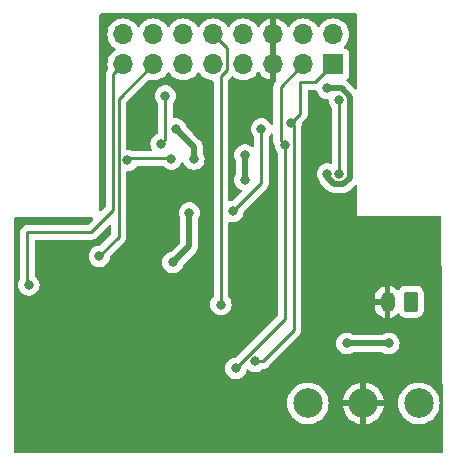
<source format=gbr>
%TF.GenerationSoftware,KiCad,Pcbnew,8.0.0*%
%TF.CreationDate,2024-03-24T20:02:06+02:00*%
%TF.ProjectId,Power Subsystem,506f7765-7220-4537-9562-73797374656d,rev?*%
%TF.SameCoordinates,Original*%
%TF.FileFunction,Copper,L2,Bot*%
%TF.FilePolarity,Positive*%
%FSLAX46Y46*%
G04 Gerber Fmt 4.6, Leading zero omitted, Abs format (unit mm)*
G04 Created by KiCad (PCBNEW 8.0.0) date 2024-03-24 20:02:06*
%MOMM*%
%LPD*%
G01*
G04 APERTURE LIST*
G04 Aperture macros list*
%AMRoundRect*
0 Rectangle with rounded corners*
0 $1 Rounding radius*
0 $2 $3 $4 $5 $6 $7 $8 $9 X,Y pos of 4 corners*
0 Add a 4 corners polygon primitive as box body*
4,1,4,$2,$3,$4,$5,$6,$7,$8,$9,$2,$3,0*
0 Add four circle primitives for the rounded corners*
1,1,$1+$1,$2,$3*
1,1,$1+$1,$4,$5*
1,1,$1+$1,$6,$7*
1,1,$1+$1,$8,$9*
0 Add four rect primitives between the rounded corners*
20,1,$1+$1,$2,$3,$4,$5,0*
20,1,$1+$1,$4,$5,$6,$7,0*
20,1,$1+$1,$6,$7,$8,$9,0*
20,1,$1+$1,$8,$9,$2,$3,0*%
G04 Aperture macros list end*
%TA.AperFunction,ComponentPad*%
%ADD10C,2.500000*%
%TD*%
%TA.AperFunction,ComponentPad*%
%ADD11RoundRect,0.250000X0.350000X0.625000X-0.350000X0.625000X-0.350000X-0.625000X0.350000X-0.625000X0*%
%TD*%
%TA.AperFunction,ComponentPad*%
%ADD12O,1.200000X1.750000*%
%TD*%
%TA.AperFunction,ComponentPad*%
%ADD13R,1.700000X1.700000*%
%TD*%
%TA.AperFunction,ComponentPad*%
%ADD14O,1.700000X1.700000*%
%TD*%
%TA.AperFunction,ViaPad*%
%ADD15C,0.800000*%
%TD*%
%TA.AperFunction,Conductor*%
%ADD16C,0.250000*%
%TD*%
%TA.AperFunction,Conductor*%
%ADD17C,0.500000*%
%TD*%
G04 APERTURE END LIST*
D10*
%TO.P,SW1,1,B*%
%TO.N,Net-(J2-Pin_1)*%
X156337000Y-73914000D03*
%TO.P,SW1,2,C*%
%TO.N,GND*%
X161037000Y-73914000D03*
%TO.P,SW1,3,A*%
%TO.N,+BATT*%
X165737000Y-73914000D03*
%TD*%
D11*
%TO.P,J2,1,Pin_1*%
%TO.N,Net-(J2-Pin_1)*%
X165084000Y-65315000D03*
D12*
%TO.P,J2,2,Pin_2*%
%TO.N,GND*%
X163084000Y-65315000D03*
%TD*%
D13*
%TO.P,J1,1,Pin_1*%
%TO.N,Motor2_A*%
X158496000Y-45212000D03*
D14*
%TO.P,J1,2,Pin_2*%
%TO.N,PWM1*%
X158496000Y-42672000D03*
%TO.P,J1,3,Pin_3*%
%TO.N,Motor2_B*%
X155956000Y-45212000D03*
%TO.P,J1,4,Pin_4*%
%TO.N,PWM2*%
X155956000Y-42672000D03*
%TO.P,J1,5,Pin_5*%
%TO.N,GND*%
X153416000Y-45212000D03*
%TO.P,J1,6,Pin_6*%
X153416000Y-42672000D03*
%TO.P,J1,7,Pin_7*%
%TO.N,+BATT*%
X150876000Y-45212000D03*
%TO.P,J1,8,Pin_8*%
X150876000Y-42672000D03*
%TO.P,J1,9,Pin_9*%
%TO.N,RESV*%
X148336000Y-45212000D03*
%TO.P,J1,10,Pin_10*%
%TO.N,BATT_ADC*%
X148336000Y-42672000D03*
%TO.P,J1,11,Pin_11*%
%TO.N,+5V*%
X145796000Y-45212000D03*
%TO.P,J1,12,Pin_12*%
X145796000Y-42672000D03*
%TO.P,J1,13,Pin_13*%
%TO.N,Motor1_A*%
X143256000Y-45212000D03*
%TO.P,J1,14,Pin_14*%
%TO.N,PWM3*%
X143256000Y-42672000D03*
%TO.P,J1,15,Pin_15*%
%TO.N,Motor1_B*%
X140716000Y-45212000D03*
%TO.P,J1,16,Pin_16*%
%TO.N,PWM4*%
X140716000Y-42672000D03*
%TD*%
D15*
%TO.N,+5V*%
X144907000Y-61976000D03*
X146304000Y-57785000D03*
%TO.N,Net-(D1-A)*%
X145161000Y-50673000D03*
X146685000Y-53241909D03*
%TO.N,+5V*%
X151003000Y-54991000D03*
X151003000Y-52871000D03*
%TO.N,Motor1_A*%
X138684000Y-61468000D03*
%TO.N,Motor1_B*%
X132715000Y-63881000D03*
%TO.N,Motor2_B*%
X150241000Y-70956000D03*
%TO.N,Motor2_A*%
X151892000Y-70358000D03*
%TO.N,+BATT*%
X157988000Y-54483000D03*
X157988000Y-47244000D03*
%TO.N,PWM1*%
X159004000Y-54483000D03*
X159004000Y-48260000D03*
%TO.N,Motor2_A*%
X154940000Y-50165000D03*
%TO.N,Motor2_B*%
X154432000Y-52070000D03*
%TO.N,BATT_ADC*%
X148981600Y-65542600D03*
%TO.N,Net-(U1-PROG)*%
X149987000Y-57658000D03*
X152400000Y-50673000D03*
%TO.N,PWM3*%
X144272000Y-47879000D03*
X143920550Y-51913450D03*
%TO.N,+BATT*%
X144780000Y-53213000D03*
X141060000Y-53340000D03*
X159639000Y-68834000D03*
X163195000Y-68834000D03*
%TD*%
D16*
%TO.N,+BATT*%
X144739093Y-53172093D02*
X144780000Y-53213000D01*
X141060000Y-53340000D02*
X141227907Y-53172093D01*
X141227907Y-53172093D02*
X144739093Y-53172093D01*
%TO.N,Motor1_A*%
X140335000Y-59817000D02*
X138684000Y-61468000D01*
X140335000Y-48133000D02*
X140335000Y-59817000D01*
X143256000Y-45212000D02*
X140335000Y-48133000D01*
D17*
%TO.N,+5V*%
X146304000Y-60579000D02*
X144907000Y-61976000D01*
X146304000Y-57785000D02*
X146304000Y-60579000D01*
%TO.N,Net-(D1-A)*%
X146685000Y-52197000D02*
X145161000Y-50673000D01*
X146685000Y-53241909D02*
X146685000Y-52197000D01*
%TO.N,+5V*%
X151003000Y-54991000D02*
X151003000Y-52871000D01*
D16*
%TO.N,Motor1_B*%
X132588000Y-63754000D02*
X132715000Y-63881000D01*
X132588000Y-59436000D02*
X132588000Y-63754000D01*
X137971777Y-59436000D02*
X132588000Y-59436000D01*
X139866000Y-46062000D02*
X139866000Y-57541777D01*
X139866000Y-57541777D02*
X137971777Y-59436000D01*
X140716000Y-45212000D02*
X139866000Y-46062000D01*
%TO.N,Motor2_B*%
X150241000Y-70956000D02*
X154432000Y-66765000D01*
X154432000Y-66765000D02*
X154432000Y-52070000D01*
%TO.N,Motor2_A*%
X152527000Y-70358000D02*
X155157000Y-67728000D01*
X155157000Y-50382000D02*
X154940000Y-50165000D01*
X151892000Y-70358000D02*
X152527000Y-70358000D01*
X155157000Y-67728000D02*
X155157000Y-50382000D01*
D17*
%TO.N,+BATT*%
X157988000Y-54737000D02*
X157988000Y-54483000D01*
X158584000Y-55333000D02*
X157988000Y-54737000D01*
X159893000Y-54796082D02*
X159356082Y-55333000D01*
X159893000Y-52451000D02*
X159893000Y-54796082D01*
X159893000Y-47946918D02*
X159893000Y-52451000D01*
X159190082Y-47244000D02*
X159893000Y-47946918D01*
X157988000Y-47244000D02*
X159190082Y-47244000D01*
X159356082Y-55333000D02*
X158584000Y-55333000D01*
D16*
%TO.N,PWM1*%
X159004000Y-48260000D02*
X159004000Y-54483000D01*
%TO.N,Motor2_A*%
X155194000Y-49911000D02*
X154940000Y-50165000D01*
%TO.N,Motor2_B*%
X154051000Y-47117000D02*
X155956000Y-45212000D01*
X154432000Y-52070000D02*
X154051000Y-51689000D01*
X154051000Y-51689000D02*
X154051000Y-47117000D01*
%TO.N,Motor2_A*%
X155702000Y-49403000D02*
X155194000Y-49911000D01*
X155702000Y-46736000D02*
X155702000Y-49403000D01*
X156972000Y-46736000D02*
X155702000Y-46736000D01*
X158496000Y-45212000D02*
X156972000Y-46736000D01*
%TO.N,BATT_ADC*%
X149511000Y-43847000D02*
X148336000Y-42672000D01*
X148981600Y-65542600D02*
X148981600Y-46228101D01*
X148981600Y-46228101D02*
X149511000Y-45698701D01*
X149511000Y-45698701D02*
X149511000Y-43847000D01*
%TO.N,Net-(U1-PROG)*%
X152400000Y-50673000D02*
X152400000Y-55245000D01*
X152400000Y-55245000D02*
X149987000Y-57658000D01*
%TO.N,PWM3*%
X143920550Y-51913450D02*
X144272000Y-51562000D01*
X144272000Y-51562000D02*
X144272000Y-47879000D01*
D17*
%TO.N,+BATT*%
X163195000Y-68834000D02*
X159639000Y-68834000D01*
%TD*%
%TA.AperFunction,Conductor*%
%TO.N,GND*%
G36*
X147150855Y-45878546D02*
G01*
X147167575Y-45897842D01*
X147297278Y-46083078D01*
X147297505Y-46083401D01*
X147464599Y-46250495D01*
X147561384Y-46318265D01*
X147658165Y-46386032D01*
X147658167Y-46386033D01*
X147658170Y-46386035D01*
X147872337Y-46485903D01*
X148100592Y-46547063D01*
X148242907Y-46559514D01*
X148307976Y-46584966D01*
X148348955Y-46641557D01*
X148356100Y-46683042D01*
X148356100Y-64843912D01*
X148336415Y-64910951D01*
X148324250Y-64926884D01*
X148249066Y-65010384D01*
X148154421Y-65174315D01*
X148154418Y-65174322D01*
X148095927Y-65354340D01*
X148095926Y-65354344D01*
X148076140Y-65542600D01*
X148095926Y-65730856D01*
X148095927Y-65730859D01*
X148154418Y-65910877D01*
X148154421Y-65910884D01*
X148249067Y-66074816D01*
X148375729Y-66215488D01*
X148528865Y-66326748D01*
X148528870Y-66326751D01*
X148701792Y-66403742D01*
X148701797Y-66403744D01*
X148886954Y-66443100D01*
X148886955Y-66443100D01*
X149076244Y-66443100D01*
X149076246Y-66443100D01*
X149261403Y-66403744D01*
X149434330Y-66326751D01*
X149587471Y-66215488D01*
X149714133Y-66074816D01*
X149808779Y-65910884D01*
X149867274Y-65730856D01*
X149887060Y-65542600D01*
X149867274Y-65354344D01*
X149808779Y-65174316D01*
X149714133Y-65010384D01*
X149662850Y-64953428D01*
X149638950Y-64926884D01*
X149608720Y-64863892D01*
X149607100Y-64843912D01*
X149607100Y-58650994D01*
X149626785Y-58583955D01*
X149679589Y-58538200D01*
X149748747Y-58528256D01*
X149756864Y-58529701D01*
X149892354Y-58558500D01*
X149892355Y-58558500D01*
X150081644Y-58558500D01*
X150081646Y-58558500D01*
X150266803Y-58519144D01*
X150439730Y-58442151D01*
X150592871Y-58330888D01*
X150719533Y-58190216D01*
X150814179Y-58026284D01*
X150872674Y-57846256D01*
X150890321Y-57678344D01*
X150916904Y-57613734D01*
X150925951Y-57603638D01*
X152885857Y-55643734D01*
X152954311Y-55541286D01*
X152987498Y-55461166D01*
X153001463Y-55427452D01*
X153017566Y-55346495D01*
X153025500Y-55306607D01*
X153025500Y-55183394D01*
X153025500Y-51371687D01*
X153045185Y-51304648D01*
X153057350Y-51288715D01*
X153100708Y-51240561D01*
X153132533Y-51205216D01*
X153194114Y-51098553D01*
X153244679Y-51050340D01*
X153313286Y-51037116D01*
X153378151Y-51063084D01*
X153418680Y-51119998D01*
X153425500Y-51160555D01*
X153425500Y-51750611D01*
X153449535Y-51871444D01*
X153449540Y-51871461D01*
X153496685Y-51985281D01*
X153496688Y-51985286D01*
X153505640Y-51998683D01*
X153526520Y-52065360D01*
X153526540Y-52067577D01*
X153526540Y-52069997D01*
X153526540Y-52070000D01*
X153546326Y-52258256D01*
X153546327Y-52258259D01*
X153604818Y-52438277D01*
X153604821Y-52438284D01*
X153699467Y-52602216D01*
X153742772Y-52650310D01*
X153774650Y-52685715D01*
X153804880Y-52748706D01*
X153806500Y-52768687D01*
X153806500Y-66454548D01*
X153786815Y-66521587D01*
X153770181Y-66542229D01*
X150293229Y-70019181D01*
X150231906Y-70052666D01*
X150205548Y-70055500D01*
X150146354Y-70055500D01*
X150113897Y-70062398D01*
X149961197Y-70094855D01*
X149961192Y-70094857D01*
X149788270Y-70171848D01*
X149788265Y-70171851D01*
X149635129Y-70283111D01*
X149508466Y-70423785D01*
X149413821Y-70587715D01*
X149413818Y-70587722D01*
X149355327Y-70767740D01*
X149355326Y-70767744D01*
X149335540Y-70956000D01*
X149355326Y-71144256D01*
X149355327Y-71144259D01*
X149413818Y-71324277D01*
X149413821Y-71324284D01*
X149508467Y-71488216D01*
X149635129Y-71628888D01*
X149788265Y-71740148D01*
X149788270Y-71740151D01*
X149961192Y-71817142D01*
X149961197Y-71817144D01*
X150146354Y-71856500D01*
X150146355Y-71856500D01*
X150335644Y-71856500D01*
X150335646Y-71856500D01*
X150520803Y-71817144D01*
X150693730Y-71740151D01*
X150846871Y-71628888D01*
X150973533Y-71488216D01*
X151068179Y-71324284D01*
X151126674Y-71144256D01*
X151126674Y-71144248D01*
X151128024Y-71137903D01*
X151129369Y-71138188D01*
X151153176Y-71080298D01*
X151210467Y-71040303D01*
X151280285Y-71037631D01*
X151322811Y-71057539D01*
X151439265Y-71142148D01*
X151439270Y-71142151D01*
X151612192Y-71219142D01*
X151612197Y-71219144D01*
X151797354Y-71258500D01*
X151797355Y-71258500D01*
X151986644Y-71258500D01*
X151986646Y-71258500D01*
X152171803Y-71219144D01*
X152344730Y-71142151D01*
X152497871Y-71030888D01*
X152503695Y-71024418D01*
X152563178Y-70987767D01*
X152583705Y-70983982D01*
X152588600Y-70983500D01*
X152588607Y-70983500D01*
X152649029Y-70971481D01*
X152709452Y-70959463D01*
X152759496Y-70938734D01*
X152823286Y-70912312D01*
X152874509Y-70878084D01*
X152925733Y-70843858D01*
X153012858Y-70756733D01*
X153012858Y-70756731D01*
X153023066Y-70746524D01*
X153023067Y-70746521D01*
X154935590Y-68834000D01*
X158733540Y-68834000D01*
X158753326Y-69022256D01*
X158753327Y-69022259D01*
X158811818Y-69202277D01*
X158811821Y-69202284D01*
X158906467Y-69366216D01*
X159033129Y-69506888D01*
X159186265Y-69618148D01*
X159186270Y-69618151D01*
X159359192Y-69695142D01*
X159359197Y-69695144D01*
X159544354Y-69734500D01*
X159544355Y-69734500D01*
X159733644Y-69734500D01*
X159733646Y-69734500D01*
X159918803Y-69695144D01*
X160091730Y-69618151D01*
X160093776Y-69616664D01*
X160105452Y-69608182D01*
X160171258Y-69584702D01*
X160178337Y-69584500D01*
X162655663Y-69584500D01*
X162722702Y-69604185D01*
X162728548Y-69608182D01*
X162742265Y-69618148D01*
X162742270Y-69618151D01*
X162915192Y-69695142D01*
X162915197Y-69695144D01*
X163100354Y-69734500D01*
X163100355Y-69734500D01*
X163289644Y-69734500D01*
X163289646Y-69734500D01*
X163474803Y-69695144D01*
X163647730Y-69618151D01*
X163800871Y-69506888D01*
X163927533Y-69366216D01*
X164022179Y-69202284D01*
X164080674Y-69022256D01*
X164100460Y-68834000D01*
X164080674Y-68645744D01*
X164022179Y-68465716D01*
X163927533Y-68301784D01*
X163800871Y-68161112D01*
X163800870Y-68161111D01*
X163647734Y-68049851D01*
X163647729Y-68049848D01*
X163474807Y-67972857D01*
X163474802Y-67972855D01*
X163329001Y-67941865D01*
X163289646Y-67933500D01*
X163100354Y-67933500D01*
X163067897Y-67940398D01*
X162915197Y-67972855D01*
X162915192Y-67972857D01*
X162742270Y-68049848D01*
X162742265Y-68049851D01*
X162728548Y-68059818D01*
X162662742Y-68083298D01*
X162655663Y-68083500D01*
X160178337Y-68083500D01*
X160111298Y-68063815D01*
X160105452Y-68059818D01*
X160091734Y-68049851D01*
X160091729Y-68049848D01*
X159918807Y-67972857D01*
X159918802Y-67972855D01*
X159773001Y-67941865D01*
X159733646Y-67933500D01*
X159544354Y-67933500D01*
X159511897Y-67940398D01*
X159359197Y-67972855D01*
X159359192Y-67972857D01*
X159186270Y-68049848D01*
X159186265Y-68049851D01*
X159033129Y-68161111D01*
X158906466Y-68301785D01*
X158811821Y-68465715D01*
X158811818Y-68465722D01*
X158753327Y-68645740D01*
X158753326Y-68645744D01*
X158733540Y-68834000D01*
X154935590Y-68834000D01*
X155642858Y-68126733D01*
X155711312Y-68024285D01*
X155758463Y-67910451D01*
X155782501Y-67789606D01*
X155782501Y-67666393D01*
X155782501Y-67661283D01*
X155782500Y-67661257D01*
X155782500Y-65676571D01*
X161984000Y-65676571D01*
X162011085Y-65847584D01*
X162064591Y-66012257D01*
X162143195Y-66166524D01*
X162244967Y-66306602D01*
X162367397Y-66429032D01*
X162507475Y-66530804D01*
X162661744Y-66609408D01*
X162826415Y-66662914D01*
X162826414Y-66662914D01*
X162833999Y-66664115D01*
X162834000Y-66664114D01*
X162834000Y-65595330D01*
X162853745Y-65615075D01*
X162939255Y-65664444D01*
X163034630Y-65690000D01*
X163133370Y-65690000D01*
X163228745Y-65664444D01*
X163314255Y-65615075D01*
X163334000Y-65595330D01*
X163334000Y-66664115D01*
X163341584Y-66662914D01*
X163506255Y-66609408D01*
X163660524Y-66530804D01*
X163800598Y-66429035D01*
X163908199Y-66321434D01*
X163969522Y-66287949D01*
X164039214Y-66292933D01*
X164095148Y-66334804D01*
X164101418Y-66344016D01*
X164141288Y-66408656D01*
X164265344Y-66532712D01*
X164414666Y-66624814D01*
X164581203Y-66679999D01*
X164683991Y-66690500D01*
X165484008Y-66690499D01*
X165484016Y-66690498D01*
X165484019Y-66690498D01*
X165540302Y-66684748D01*
X165586797Y-66679999D01*
X165753334Y-66624814D01*
X165902656Y-66532712D01*
X166026712Y-66408656D01*
X166118814Y-66259334D01*
X166173999Y-66092797D01*
X166184500Y-65990009D01*
X166184499Y-64639992D01*
X166173999Y-64537203D01*
X166118814Y-64370666D01*
X166026712Y-64221344D01*
X165902656Y-64097288D01*
X165753334Y-64005186D01*
X165586797Y-63950001D01*
X165586795Y-63950000D01*
X165484010Y-63939500D01*
X164683998Y-63939500D01*
X164683980Y-63939501D01*
X164581203Y-63950000D01*
X164581200Y-63950001D01*
X164414668Y-64005185D01*
X164414663Y-64005187D01*
X164265342Y-64097289D01*
X164141289Y-64221342D01*
X164101420Y-64285981D01*
X164049472Y-64332705D01*
X163980509Y-64343928D01*
X163916427Y-64316084D01*
X163908200Y-64308565D01*
X163800602Y-64200967D01*
X163660524Y-64099195D01*
X163506257Y-64020591D01*
X163341589Y-63967087D01*
X163341581Y-63967085D01*
X163334000Y-63965884D01*
X163334000Y-65034670D01*
X163314255Y-65014925D01*
X163228745Y-64965556D01*
X163133370Y-64940000D01*
X163034630Y-64940000D01*
X162939255Y-64965556D01*
X162853745Y-65014925D01*
X162834000Y-65034670D01*
X162834000Y-63965884D01*
X162833999Y-63965884D01*
X162826418Y-63967085D01*
X162826410Y-63967087D01*
X162661742Y-64020591D01*
X162507475Y-64099195D01*
X162367397Y-64200967D01*
X162244967Y-64323397D01*
X162143195Y-64463475D01*
X162064591Y-64617742D01*
X162011085Y-64782415D01*
X161984000Y-64953428D01*
X161984000Y-65065000D01*
X162803670Y-65065000D01*
X162783925Y-65084745D01*
X162734556Y-65170255D01*
X162709000Y-65265630D01*
X162709000Y-65364370D01*
X162734556Y-65459745D01*
X162783925Y-65545255D01*
X162803670Y-65565000D01*
X161984000Y-65565000D01*
X161984000Y-65676571D01*
X155782500Y-65676571D01*
X155782500Y-50505770D01*
X155788568Y-50467454D01*
X155825674Y-50353256D01*
X155843321Y-50185344D01*
X155869904Y-50120734D01*
X155878941Y-50110648D01*
X156187857Y-49801734D01*
X156197334Y-49787550D01*
X156202023Y-49780535D01*
X156256307Y-49699292D01*
X156256307Y-49699291D01*
X156256311Y-49699286D01*
X156303463Y-49585452D01*
X156327500Y-49464606D01*
X156327500Y-47485500D01*
X156347185Y-47418461D01*
X156399989Y-47372706D01*
X156451500Y-47361500D01*
X156989245Y-47361500D01*
X157056284Y-47381185D01*
X157102039Y-47433989D01*
X157107176Y-47447182D01*
X157160818Y-47612278D01*
X157160821Y-47612284D01*
X157255467Y-47776216D01*
X157382129Y-47916888D01*
X157535265Y-48028148D01*
X157535270Y-48028151D01*
X157708192Y-48105142D01*
X157708197Y-48105144D01*
X157893354Y-48144500D01*
X157893355Y-48144500D01*
X157974750Y-48144500D01*
X158041789Y-48164185D01*
X158087544Y-48216989D01*
X158098071Y-48255538D01*
X158098540Y-48260000D01*
X158118326Y-48448256D01*
X158118327Y-48448259D01*
X158176818Y-48628277D01*
X158176821Y-48628284D01*
X158271467Y-48792216D01*
X158314772Y-48840310D01*
X158346650Y-48875715D01*
X158376880Y-48938706D01*
X158378500Y-48958687D01*
X158378500Y-53492258D01*
X158358815Y-53559297D01*
X158306011Y-53605052D01*
X158236853Y-53614996D01*
X158228720Y-53613548D01*
X158082647Y-53582500D01*
X158082646Y-53582500D01*
X157893354Y-53582500D01*
X157860897Y-53589398D01*
X157708197Y-53621855D01*
X157708192Y-53621857D01*
X157535270Y-53698848D01*
X157535265Y-53698851D01*
X157382129Y-53810111D01*
X157255466Y-53950785D01*
X157160821Y-54114715D01*
X157160818Y-54114722D01*
X157120286Y-54239468D01*
X157102326Y-54294744D01*
X157082540Y-54483000D01*
X157102326Y-54671256D01*
X157102327Y-54671259D01*
X157160818Y-54851277D01*
X157160821Y-54851284D01*
X157255467Y-55015216D01*
X157283326Y-55046156D01*
X157310792Y-55076661D01*
X157321742Y-55090739D01*
X157337341Y-55114083D01*
X157337343Y-55114088D01*
X157405046Y-55215414D01*
X157405052Y-55215421D01*
X158001049Y-55811416D01*
X158070657Y-55881024D01*
X158105585Y-55915952D01*
X158228498Y-55998080D01*
X158228511Y-55998087D01*
X158365082Y-56054656D01*
X158365087Y-56054658D01*
X158365091Y-56054658D01*
X158365092Y-56054659D01*
X158510079Y-56083500D01*
X158510082Y-56083500D01*
X159430002Y-56083500D01*
X159527544Y-56064096D01*
X159574995Y-56054658D01*
X159711577Y-55998084D01*
X159760811Y-55965186D01*
X159834498Y-55915952D01*
X160316319Y-55434131D01*
X160377642Y-55400646D01*
X160447334Y-55405630D01*
X160503267Y-55447502D01*
X160527684Y-55512966D01*
X160528000Y-55521812D01*
X160528000Y-58039000D01*
X167516782Y-58039000D01*
X167583821Y-58058685D01*
X167629576Y-58111489D01*
X167640779Y-58162214D01*
X167692973Y-66408657D01*
X167766210Y-77980215D01*
X167746950Y-78047378D01*
X167694436Y-78093466D01*
X167642212Y-78105000D01*
X131569000Y-78105000D01*
X131501961Y-78085315D01*
X131456206Y-78032511D01*
X131445000Y-77981000D01*
X131445000Y-73914004D01*
X154581592Y-73914004D01*
X154601196Y-74175620D01*
X154601197Y-74175625D01*
X154659576Y-74431402D01*
X154659578Y-74431411D01*
X154659580Y-74431416D01*
X154755432Y-74675643D01*
X154886614Y-74902857D01*
X155018736Y-75068533D01*
X155050198Y-75107985D01*
X155231753Y-75276441D01*
X155242521Y-75286433D01*
X155459296Y-75434228D01*
X155459301Y-75434230D01*
X155459302Y-75434231D01*
X155459303Y-75434232D01*
X155584843Y-75494688D01*
X155695673Y-75548061D01*
X155695674Y-75548061D01*
X155695677Y-75548063D01*
X155946385Y-75625396D01*
X156205818Y-75664500D01*
X156468182Y-75664500D01*
X156727615Y-75625396D01*
X156978323Y-75548063D01*
X157214704Y-75434228D01*
X157431479Y-75286433D01*
X157623805Y-75107981D01*
X157787386Y-74902857D01*
X157918568Y-74675643D01*
X158014420Y-74431416D01*
X158072802Y-74175630D01*
X158072803Y-74175620D01*
X158073674Y-74164000D01*
X159300828Y-74164000D01*
X159301694Y-74175551D01*
X159301695Y-74175558D01*
X159360058Y-74431270D01*
X159455883Y-74675426D01*
X159455882Y-74675426D01*
X159587028Y-74902573D01*
X159750562Y-75107639D01*
X159750570Y-75107648D01*
X159942830Y-75286040D01*
X159942832Y-75286041D01*
X160159546Y-75433793D01*
X160159550Y-75433795D01*
X160395854Y-75547594D01*
X160395858Y-75547595D01*
X160646494Y-75624907D01*
X160646502Y-75624909D01*
X160787000Y-75646085D01*
X160787000Y-74781904D01*
X160948358Y-74814000D01*
X161125642Y-74814000D01*
X161287000Y-74781904D01*
X161287000Y-75646084D01*
X161427497Y-75624909D01*
X161427505Y-75624907D01*
X161678143Y-75547595D01*
X161914445Y-75433798D01*
X161914454Y-75433793D01*
X162131167Y-75286041D01*
X162131169Y-75286040D01*
X162323429Y-75107648D01*
X162323437Y-75107639D01*
X162486971Y-74902573D01*
X162618116Y-74675426D01*
X162713941Y-74431270D01*
X162772304Y-74175558D01*
X162772305Y-74175551D01*
X162773172Y-74164000D01*
X161904904Y-74164000D01*
X161937000Y-74002642D01*
X161937000Y-73914004D01*
X163981592Y-73914004D01*
X164001196Y-74175620D01*
X164001197Y-74175625D01*
X164059576Y-74431402D01*
X164059578Y-74431411D01*
X164059580Y-74431416D01*
X164155432Y-74675643D01*
X164286614Y-74902857D01*
X164418736Y-75068533D01*
X164450198Y-75107985D01*
X164631753Y-75276441D01*
X164642521Y-75286433D01*
X164859296Y-75434228D01*
X164859301Y-75434230D01*
X164859302Y-75434231D01*
X164859303Y-75434232D01*
X164984843Y-75494688D01*
X165095673Y-75548061D01*
X165095674Y-75548061D01*
X165095677Y-75548063D01*
X165346385Y-75625396D01*
X165605818Y-75664500D01*
X165868182Y-75664500D01*
X166127615Y-75625396D01*
X166378323Y-75548063D01*
X166614704Y-75434228D01*
X166831479Y-75286433D01*
X167023805Y-75107981D01*
X167187386Y-74902857D01*
X167318568Y-74675643D01*
X167414420Y-74431416D01*
X167472802Y-74175630D01*
X167472803Y-74175620D01*
X167492408Y-73914004D01*
X167492408Y-73913995D01*
X167472803Y-73652379D01*
X167472802Y-73652374D01*
X167472802Y-73652370D01*
X167414420Y-73396584D01*
X167318568Y-73152357D01*
X167187386Y-72925143D01*
X167023805Y-72720019D01*
X167023804Y-72720018D01*
X167023801Y-72720014D01*
X166831479Y-72541567D01*
X166614704Y-72393772D01*
X166614700Y-72393770D01*
X166614697Y-72393768D01*
X166614696Y-72393767D01*
X166378325Y-72279938D01*
X166378327Y-72279938D01*
X166127623Y-72202606D01*
X166127619Y-72202605D01*
X166127615Y-72202604D01*
X165990349Y-72181914D01*
X165868187Y-72163500D01*
X165868182Y-72163500D01*
X165605818Y-72163500D01*
X165605812Y-72163500D01*
X165444247Y-72187853D01*
X165346385Y-72202604D01*
X165346382Y-72202605D01*
X165346376Y-72202606D01*
X165095673Y-72279938D01*
X164859303Y-72393767D01*
X164859302Y-72393768D01*
X164859296Y-72393771D01*
X164859296Y-72393772D01*
X164833839Y-72411128D01*
X164642520Y-72541567D01*
X164450198Y-72720014D01*
X164286614Y-72925143D01*
X164155432Y-73152356D01*
X164059582Y-73396578D01*
X164059576Y-73396597D01*
X164001197Y-73652374D01*
X164001196Y-73652379D01*
X163981592Y-73913995D01*
X163981592Y-73914004D01*
X161937000Y-73914004D01*
X161937000Y-73825358D01*
X161904904Y-73664000D01*
X162773171Y-73664000D01*
X162772305Y-73652448D01*
X162772304Y-73652441D01*
X162713941Y-73396729D01*
X162618116Y-73152573D01*
X162618117Y-73152573D01*
X162486971Y-72925426D01*
X162323437Y-72720360D01*
X162323429Y-72720351D01*
X162131169Y-72541959D01*
X162131167Y-72541958D01*
X161914454Y-72394206D01*
X161914445Y-72394201D01*
X161678142Y-72280404D01*
X161678144Y-72280404D01*
X161427512Y-72203094D01*
X161427506Y-72203093D01*
X161287000Y-72181914D01*
X161287000Y-73046095D01*
X161125642Y-73014000D01*
X160948358Y-73014000D01*
X160787000Y-73046095D01*
X160787000Y-72181914D01*
X160646493Y-72203093D01*
X160646487Y-72203094D01*
X160395858Y-72280404D01*
X160395854Y-72280405D01*
X160159550Y-72394204D01*
X160159546Y-72394206D01*
X159942832Y-72541958D01*
X159942830Y-72541959D01*
X159750570Y-72720351D01*
X159750562Y-72720360D01*
X159587028Y-72925426D01*
X159455883Y-73152573D01*
X159360058Y-73396729D01*
X159301695Y-73652441D01*
X159301694Y-73652448D01*
X159300828Y-73664000D01*
X160169096Y-73664000D01*
X160137000Y-73825358D01*
X160137000Y-74002642D01*
X160169096Y-74164000D01*
X159300828Y-74164000D01*
X158073674Y-74164000D01*
X158092408Y-73914004D01*
X158092408Y-73913995D01*
X158072803Y-73652379D01*
X158072802Y-73652374D01*
X158072802Y-73652370D01*
X158014420Y-73396584D01*
X157918568Y-73152357D01*
X157787386Y-72925143D01*
X157623805Y-72720019D01*
X157623804Y-72720018D01*
X157623801Y-72720014D01*
X157431479Y-72541567D01*
X157214704Y-72393772D01*
X157214700Y-72393770D01*
X157214697Y-72393768D01*
X157214696Y-72393767D01*
X156978325Y-72279938D01*
X156978327Y-72279938D01*
X156727623Y-72202606D01*
X156727619Y-72202605D01*
X156727615Y-72202604D01*
X156590349Y-72181914D01*
X156468187Y-72163500D01*
X156468182Y-72163500D01*
X156205818Y-72163500D01*
X156205812Y-72163500D01*
X156044247Y-72187853D01*
X155946385Y-72202604D01*
X155946382Y-72202605D01*
X155946376Y-72202606D01*
X155695673Y-72279938D01*
X155459303Y-72393767D01*
X155459302Y-72393768D01*
X155459296Y-72393771D01*
X155459296Y-72393772D01*
X155433839Y-72411128D01*
X155242520Y-72541567D01*
X155050198Y-72720014D01*
X154886614Y-72925143D01*
X154755432Y-73152356D01*
X154659582Y-73396578D01*
X154659576Y-73396597D01*
X154601197Y-73652374D01*
X154601196Y-73652379D01*
X154581592Y-73913995D01*
X154581592Y-73914004D01*
X131445000Y-73914004D01*
X131445000Y-58290000D01*
X131464685Y-58222961D01*
X131517489Y-58177206D01*
X131569000Y-58166000D01*
X138057825Y-58166000D01*
X138124864Y-58185685D01*
X138170619Y-58238489D01*
X138180563Y-58307647D01*
X138151538Y-58371203D01*
X138145506Y-58377681D01*
X137749006Y-58774181D01*
X137687683Y-58807666D01*
X137661325Y-58810500D01*
X132526389Y-58810500D01*
X132405555Y-58834535D01*
X132405545Y-58834538D01*
X132291716Y-58881687D01*
X132291707Y-58881692D01*
X132189267Y-58950141D01*
X132189263Y-58950144D01*
X132102144Y-59037263D01*
X132102141Y-59037267D01*
X132033692Y-59139707D01*
X132033687Y-59139716D01*
X131986538Y-59253545D01*
X131986535Y-59253555D01*
X131962500Y-59374389D01*
X131962500Y-63350141D01*
X131945887Y-63412141D01*
X131887821Y-63512714D01*
X131829327Y-63692740D01*
X131829326Y-63692744D01*
X131809540Y-63881000D01*
X131829326Y-64069256D01*
X131829327Y-64069259D01*
X131887818Y-64249277D01*
X131887821Y-64249284D01*
X131982467Y-64413216D01*
X132027721Y-64463475D01*
X132109129Y-64553888D01*
X132262265Y-64665148D01*
X132262270Y-64665151D01*
X132435192Y-64742142D01*
X132435197Y-64742144D01*
X132620354Y-64781500D01*
X132620355Y-64781500D01*
X132809644Y-64781500D01*
X132809646Y-64781500D01*
X132994803Y-64742144D01*
X133167730Y-64665151D01*
X133320871Y-64553888D01*
X133447533Y-64413216D01*
X133542179Y-64249284D01*
X133600674Y-64069256D01*
X133620460Y-63881000D01*
X133600674Y-63692744D01*
X133542179Y-63512716D01*
X133447533Y-63348784D01*
X133397922Y-63293686D01*
X133320876Y-63208116D01*
X133320871Y-63208112D01*
X133264613Y-63167237D01*
X133221948Y-63111906D01*
X133213500Y-63066920D01*
X133213500Y-60185500D01*
X133233185Y-60118461D01*
X133285989Y-60072706D01*
X133337500Y-60061500D01*
X138033384Y-60061500D01*
X138093806Y-60049481D01*
X138154229Y-60037463D01*
X138154232Y-60037461D01*
X138154235Y-60037461D01*
X138187564Y-60023654D01*
X138187563Y-60023654D01*
X138187569Y-60023652D01*
X138268063Y-59990312D01*
X138319286Y-59956084D01*
X138370510Y-59921858D01*
X138457635Y-59834733D01*
X138457636Y-59834731D01*
X138464702Y-59827665D01*
X138464704Y-59827661D01*
X139497820Y-58794546D01*
X139559142Y-58761062D01*
X139628834Y-58766046D01*
X139684767Y-58807918D01*
X139709184Y-58873382D01*
X139709500Y-58882228D01*
X139709500Y-59506547D01*
X139689815Y-59573586D01*
X139673181Y-59594228D01*
X138736229Y-60531181D01*
X138674906Y-60564666D01*
X138648548Y-60567500D01*
X138589354Y-60567500D01*
X138556897Y-60574398D01*
X138404197Y-60606855D01*
X138404192Y-60606857D01*
X138231270Y-60683848D01*
X138231265Y-60683851D01*
X138078129Y-60795111D01*
X137951466Y-60935785D01*
X137856821Y-61099715D01*
X137856818Y-61099722D01*
X137826884Y-61191851D01*
X137798326Y-61279744D01*
X137778540Y-61468000D01*
X137798326Y-61656256D01*
X137798327Y-61656259D01*
X137856818Y-61836277D01*
X137856821Y-61836284D01*
X137951467Y-62000216D01*
X138063460Y-62124596D01*
X138078129Y-62140888D01*
X138231265Y-62252148D01*
X138231270Y-62252151D01*
X138404192Y-62329142D01*
X138404197Y-62329144D01*
X138589354Y-62368500D01*
X138589355Y-62368500D01*
X138778644Y-62368500D01*
X138778646Y-62368500D01*
X138963803Y-62329144D01*
X139136730Y-62252151D01*
X139289871Y-62140888D01*
X139416533Y-62000216D01*
X139430514Y-61976000D01*
X144001540Y-61976000D01*
X144021326Y-62164256D01*
X144021327Y-62164259D01*
X144079818Y-62344277D01*
X144079821Y-62344284D01*
X144174467Y-62508216D01*
X144301129Y-62648888D01*
X144454265Y-62760148D01*
X144454270Y-62760151D01*
X144627192Y-62837142D01*
X144627197Y-62837144D01*
X144812354Y-62876500D01*
X144812355Y-62876500D01*
X145001644Y-62876500D01*
X145001646Y-62876500D01*
X145186803Y-62837144D01*
X145359730Y-62760151D01*
X145512871Y-62648888D01*
X145639533Y-62508216D01*
X145734179Y-62344284D01*
X145789522Y-62173956D01*
X145819768Y-62124598D01*
X146886951Y-61057416D01*
X146969084Y-60934495D01*
X147025658Y-60797913D01*
X147048347Y-60683851D01*
X147054500Y-60652920D01*
X147054500Y-58319321D01*
X147071113Y-58257321D01*
X147081986Y-58238489D01*
X147131179Y-58153284D01*
X147189674Y-57973256D01*
X147209460Y-57785000D01*
X147189674Y-57596744D01*
X147131179Y-57416716D01*
X147036533Y-57252784D01*
X146909871Y-57112112D01*
X146909870Y-57112111D01*
X146756734Y-57000851D01*
X146756729Y-57000848D01*
X146583807Y-56923857D01*
X146583802Y-56923855D01*
X146438001Y-56892865D01*
X146398646Y-56884500D01*
X146209354Y-56884500D01*
X146176897Y-56891398D01*
X146024197Y-56923855D01*
X146024192Y-56923857D01*
X145851270Y-57000848D01*
X145851265Y-57000851D01*
X145698129Y-57112111D01*
X145571466Y-57252785D01*
X145476821Y-57416715D01*
X145476818Y-57416722D01*
X145418327Y-57596740D01*
X145418326Y-57596744D01*
X145398540Y-57785000D01*
X145418326Y-57973256D01*
X145418327Y-57973259D01*
X145476818Y-58153277D01*
X145476821Y-58153284D01*
X145536887Y-58257321D01*
X145553500Y-58319321D01*
X145553500Y-60216770D01*
X145533815Y-60283809D01*
X145517181Y-60304451D01*
X144754229Y-61067402D01*
X144692906Y-61100887D01*
X144692330Y-61101011D01*
X144627196Y-61114856D01*
X144627192Y-61114857D01*
X144454270Y-61191848D01*
X144454265Y-61191851D01*
X144301129Y-61303111D01*
X144174466Y-61443785D01*
X144079821Y-61607715D01*
X144079818Y-61607722D01*
X144021327Y-61787740D01*
X144021326Y-61787744D01*
X144001540Y-61976000D01*
X139430514Y-61976000D01*
X139511179Y-61836284D01*
X139569674Y-61656256D01*
X139587321Y-61488344D01*
X139613904Y-61423734D01*
X139622951Y-61413638D01*
X140820858Y-60215733D01*
X140889312Y-60113285D01*
X140936463Y-59999451D01*
X140948400Y-59939440D01*
X140960501Y-59878608D01*
X140960501Y-59750283D01*
X140960500Y-59750257D01*
X140960500Y-54364500D01*
X140980185Y-54297461D01*
X141032989Y-54251706D01*
X141084500Y-54240500D01*
X141154644Y-54240500D01*
X141154646Y-54240500D01*
X141339803Y-54201144D01*
X141512730Y-54124151D01*
X141665871Y-54012888D01*
X141792533Y-53872216D01*
X141799820Y-53859593D01*
X141850387Y-53811378D01*
X141907208Y-53797593D01*
X144039419Y-53797593D01*
X144106458Y-53817278D01*
X144131569Y-53838621D01*
X144174123Y-53885883D01*
X144174130Y-53885889D01*
X144327265Y-53997148D01*
X144327270Y-53997151D01*
X144500192Y-54074142D01*
X144500197Y-54074144D01*
X144685354Y-54113500D01*
X144685355Y-54113500D01*
X144874644Y-54113500D01*
X144874646Y-54113500D01*
X145059803Y-54074144D01*
X145232730Y-53997151D01*
X145385871Y-53885888D01*
X145512533Y-53745216D01*
X145607179Y-53581284D01*
X145609871Y-53572999D01*
X145649306Y-53515322D01*
X145713664Y-53488122D01*
X145782510Y-53500034D01*
X145833988Y-53547276D01*
X145845734Y-53572994D01*
X145857819Y-53610189D01*
X145857821Y-53610193D01*
X145952467Y-53774125D01*
X146010540Y-53838621D01*
X146079129Y-53914797D01*
X146232265Y-54026057D01*
X146232270Y-54026060D01*
X146405192Y-54103051D01*
X146405197Y-54103053D01*
X146590354Y-54142409D01*
X146590355Y-54142409D01*
X146779644Y-54142409D01*
X146779646Y-54142409D01*
X146964803Y-54103053D01*
X147137730Y-54026060D01*
X147290871Y-53914797D01*
X147417533Y-53774125D01*
X147512179Y-53610193D01*
X147570674Y-53430165D01*
X147590460Y-53241909D01*
X147570674Y-53053653D01*
X147512179Y-52873625D01*
X147512178Y-52873623D01*
X147452113Y-52769586D01*
X147435500Y-52707586D01*
X147435500Y-52123079D01*
X147406659Y-51978092D01*
X147406658Y-51978091D01*
X147406658Y-51978087D01*
X147374872Y-51901349D01*
X147350087Y-51841511D01*
X147350080Y-51841498D01*
X147267952Y-51718585D01*
X147267951Y-51718584D01*
X147163416Y-51614049D01*
X146631379Y-51082012D01*
X146073770Y-50524402D01*
X146043521Y-50475041D01*
X146003951Y-50353256D01*
X145988181Y-50304721D01*
X145988178Y-50304715D01*
X145984439Y-50298238D01*
X145893533Y-50140784D01*
X145766871Y-50000112D01*
X145766870Y-50000111D01*
X145613734Y-49888851D01*
X145613729Y-49888848D01*
X145440807Y-49811857D01*
X145440802Y-49811855D01*
X145293448Y-49780535D01*
X145255646Y-49772500D01*
X145066354Y-49772500D01*
X145047280Y-49776554D01*
X144977613Y-49771237D01*
X144921879Y-49729099D01*
X144897775Y-49663519D01*
X144897500Y-49655263D01*
X144897500Y-48577687D01*
X144917185Y-48510648D01*
X144929350Y-48494715D01*
X144947891Y-48474122D01*
X145004533Y-48411216D01*
X145099179Y-48247284D01*
X145157674Y-48067256D01*
X145177460Y-47879000D01*
X145157674Y-47690744D01*
X145099179Y-47510716D01*
X145004533Y-47346784D01*
X144877871Y-47206112D01*
X144877870Y-47206111D01*
X144724734Y-47094851D01*
X144724729Y-47094848D01*
X144551807Y-47017857D01*
X144551802Y-47017855D01*
X144406001Y-46986865D01*
X144366646Y-46978500D01*
X144177354Y-46978500D01*
X144144897Y-46985398D01*
X143992197Y-47017855D01*
X143992192Y-47017857D01*
X143819270Y-47094848D01*
X143819265Y-47094851D01*
X143666129Y-47206111D01*
X143539466Y-47346785D01*
X143444821Y-47510715D01*
X143444818Y-47510722D01*
X143411821Y-47612278D01*
X143386326Y-47690744D01*
X143366540Y-47879000D01*
X143386326Y-48067256D01*
X143386327Y-48067259D01*
X143444818Y-48247277D01*
X143444821Y-48247284D01*
X143539467Y-48411216D01*
X143568492Y-48443451D01*
X143614650Y-48494715D01*
X143644880Y-48557706D01*
X143646500Y-48577687D01*
X143646500Y-50969218D01*
X143626815Y-51036257D01*
X143574011Y-51082012D01*
X143572937Y-51082497D01*
X143467817Y-51129300D01*
X143467815Y-51129301D01*
X143314679Y-51240561D01*
X143188016Y-51381235D01*
X143093371Y-51545165D01*
X143093368Y-51545172D01*
X143037023Y-51718585D01*
X143034876Y-51725194D01*
X143015090Y-51913450D01*
X143034876Y-52101706D01*
X143034877Y-52101709D01*
X143093368Y-52281727D01*
X143093373Y-52281739D01*
X143138900Y-52360594D01*
X143155373Y-52428494D01*
X143132520Y-52494521D01*
X143077599Y-52537711D01*
X143031513Y-52546593D01*
X141518298Y-52546593D01*
X141467862Y-52535872D01*
X141339807Y-52478857D01*
X141339802Y-52478855D01*
X141183655Y-52445666D01*
X141154646Y-52439500D01*
X141084500Y-52439500D01*
X141017461Y-52419815D01*
X140971706Y-52367011D01*
X140960500Y-52315500D01*
X140960500Y-48443451D01*
X140980185Y-48376412D01*
X140996814Y-48355775D01*
X142800353Y-46552235D01*
X142861674Y-46518752D01*
X142920125Y-46520143D01*
X142954780Y-46529428D01*
X143020592Y-46547063D01*
X143208918Y-46563539D01*
X143255999Y-46567659D01*
X143256000Y-46567659D01*
X143256001Y-46567659D01*
X143295234Y-46564226D01*
X143491408Y-46547063D01*
X143719663Y-46485903D01*
X143933830Y-46386035D01*
X144127401Y-46250495D01*
X144294495Y-46083401D01*
X144424425Y-45897842D01*
X144479002Y-45854217D01*
X144548500Y-45847023D01*
X144610855Y-45878546D01*
X144627575Y-45897842D01*
X144757278Y-46083078D01*
X144757505Y-46083401D01*
X144924599Y-46250495D01*
X145021384Y-46318265D01*
X145118165Y-46386032D01*
X145118167Y-46386033D01*
X145118170Y-46386035D01*
X145332337Y-46485903D01*
X145560592Y-46547063D01*
X145748918Y-46563539D01*
X145795999Y-46567659D01*
X145796000Y-46567659D01*
X145796001Y-46567659D01*
X145835234Y-46564226D01*
X146031408Y-46547063D01*
X146259663Y-46485903D01*
X146473830Y-46386035D01*
X146667401Y-46250495D01*
X146834495Y-46083401D01*
X146964425Y-45897842D01*
X147019002Y-45854217D01*
X147088500Y-45847023D01*
X147150855Y-45878546D01*
G37*
%TD.AperFunction*%
%TA.AperFunction,Conductor*%
G36*
X160471039Y-40913685D02*
G01*
X160516794Y-40966489D01*
X160528000Y-41018000D01*
X160528000Y-47221188D01*
X160508315Y-47288227D01*
X160455511Y-47333982D01*
X160386353Y-47343926D01*
X160322797Y-47314901D01*
X160316319Y-47308869D01*
X159668503Y-46661052D01*
X159668502Y-46661051D01*
X159668498Y-46661048D01*
X159662257Y-46656878D01*
X159617453Y-46603268D01*
X159608746Y-46533943D01*
X159638900Y-46470915D01*
X159656833Y-46454514D01*
X159703546Y-46419546D01*
X159789796Y-46304331D01*
X159840091Y-46169483D01*
X159846500Y-46109873D01*
X159846499Y-44314128D01*
X159840091Y-44254517D01*
X159838810Y-44251083D01*
X159789797Y-44119671D01*
X159789793Y-44119664D01*
X159703547Y-44004455D01*
X159703544Y-44004452D01*
X159588335Y-43918206D01*
X159588328Y-43918202D01*
X159456917Y-43869189D01*
X159400983Y-43827318D01*
X159376566Y-43761853D01*
X159391418Y-43693580D01*
X159412563Y-43665332D01*
X159534495Y-43543401D01*
X159670035Y-43349830D01*
X159769903Y-43135663D01*
X159831063Y-42907408D01*
X159851659Y-42672000D01*
X159831063Y-42436592D01*
X159769903Y-42208337D01*
X159670035Y-41994171D01*
X159664731Y-41986595D01*
X159534494Y-41800597D01*
X159367402Y-41633506D01*
X159367395Y-41633501D01*
X159173834Y-41497967D01*
X159173830Y-41497965D01*
X159173828Y-41497964D01*
X158959663Y-41398097D01*
X158959659Y-41398096D01*
X158959655Y-41398094D01*
X158731413Y-41336938D01*
X158731403Y-41336936D01*
X158496001Y-41316341D01*
X158495999Y-41316341D01*
X158260596Y-41336936D01*
X158260586Y-41336938D01*
X158032344Y-41398094D01*
X158032335Y-41398098D01*
X157818171Y-41497964D01*
X157818169Y-41497965D01*
X157624597Y-41633505D01*
X157457505Y-41800597D01*
X157327575Y-41986158D01*
X157272998Y-42029783D01*
X157203500Y-42036977D01*
X157141145Y-42005454D01*
X157124425Y-41986158D01*
X156994494Y-41800597D01*
X156827402Y-41633506D01*
X156827395Y-41633501D01*
X156633834Y-41497967D01*
X156633830Y-41497965D01*
X156633828Y-41497964D01*
X156419663Y-41398097D01*
X156419659Y-41398096D01*
X156419655Y-41398094D01*
X156191413Y-41336938D01*
X156191403Y-41336936D01*
X155956001Y-41316341D01*
X155955999Y-41316341D01*
X155720596Y-41336936D01*
X155720586Y-41336938D01*
X155492344Y-41398094D01*
X155492335Y-41398098D01*
X155278171Y-41497964D01*
X155278169Y-41497965D01*
X155084597Y-41633505D01*
X154917508Y-41800594D01*
X154787269Y-41986595D01*
X154732692Y-42030219D01*
X154663193Y-42037412D01*
X154600839Y-42005890D01*
X154584119Y-41986594D01*
X154454113Y-41800926D01*
X154454108Y-41800920D01*
X154287082Y-41633894D01*
X154093578Y-41498399D01*
X153879492Y-41398570D01*
X153879486Y-41398567D01*
X153666000Y-41341364D01*
X153666000Y-42238988D01*
X153608993Y-42206075D01*
X153481826Y-42172000D01*
X153350174Y-42172000D01*
X153223007Y-42206075D01*
X153166000Y-42238988D01*
X153166000Y-41341364D01*
X153165999Y-41341364D01*
X152952513Y-41398567D01*
X152952507Y-41398570D01*
X152738422Y-41498399D01*
X152738420Y-41498400D01*
X152544926Y-41633886D01*
X152544920Y-41633891D01*
X152377891Y-41800920D01*
X152377890Y-41800922D01*
X152247880Y-41986595D01*
X152193303Y-42030219D01*
X152123804Y-42037412D01*
X152061450Y-42005890D01*
X152044730Y-41986594D01*
X151914494Y-41800597D01*
X151747402Y-41633506D01*
X151747395Y-41633501D01*
X151553834Y-41497967D01*
X151553830Y-41497965D01*
X151553828Y-41497964D01*
X151339663Y-41398097D01*
X151339659Y-41398096D01*
X151339655Y-41398094D01*
X151111413Y-41336938D01*
X151111403Y-41336936D01*
X150876001Y-41316341D01*
X150875999Y-41316341D01*
X150640596Y-41336936D01*
X150640586Y-41336938D01*
X150412344Y-41398094D01*
X150412335Y-41398098D01*
X150198171Y-41497964D01*
X150198169Y-41497965D01*
X150004597Y-41633505D01*
X149837505Y-41800597D01*
X149707575Y-41986158D01*
X149652998Y-42029783D01*
X149583500Y-42036977D01*
X149521145Y-42005454D01*
X149504425Y-41986158D01*
X149374494Y-41800597D01*
X149207402Y-41633506D01*
X149207395Y-41633501D01*
X149013834Y-41497967D01*
X149013830Y-41497965D01*
X149013828Y-41497964D01*
X148799663Y-41398097D01*
X148799659Y-41398096D01*
X148799655Y-41398094D01*
X148571413Y-41336938D01*
X148571403Y-41336936D01*
X148336001Y-41316341D01*
X148335999Y-41316341D01*
X148100596Y-41336936D01*
X148100586Y-41336938D01*
X147872344Y-41398094D01*
X147872335Y-41398098D01*
X147658171Y-41497964D01*
X147658169Y-41497965D01*
X147464597Y-41633505D01*
X147297505Y-41800597D01*
X147167575Y-41986158D01*
X147112998Y-42029783D01*
X147043500Y-42036977D01*
X146981145Y-42005454D01*
X146964425Y-41986158D01*
X146834494Y-41800597D01*
X146667402Y-41633506D01*
X146667395Y-41633501D01*
X146473834Y-41497967D01*
X146473830Y-41497965D01*
X146473828Y-41497964D01*
X146259663Y-41398097D01*
X146259659Y-41398096D01*
X146259655Y-41398094D01*
X146031413Y-41336938D01*
X146031403Y-41336936D01*
X145796001Y-41316341D01*
X145795999Y-41316341D01*
X145560596Y-41336936D01*
X145560586Y-41336938D01*
X145332344Y-41398094D01*
X145332335Y-41398098D01*
X145118171Y-41497964D01*
X145118169Y-41497965D01*
X144924597Y-41633505D01*
X144757505Y-41800597D01*
X144627575Y-41986158D01*
X144572998Y-42029783D01*
X144503500Y-42036977D01*
X144441145Y-42005454D01*
X144424425Y-41986158D01*
X144294494Y-41800597D01*
X144127402Y-41633506D01*
X144127395Y-41633501D01*
X143933834Y-41497967D01*
X143933830Y-41497965D01*
X143933828Y-41497964D01*
X143719663Y-41398097D01*
X143719659Y-41398096D01*
X143719655Y-41398094D01*
X143491413Y-41336938D01*
X143491403Y-41336936D01*
X143256001Y-41316341D01*
X143255999Y-41316341D01*
X143020596Y-41336936D01*
X143020586Y-41336938D01*
X142792344Y-41398094D01*
X142792335Y-41398098D01*
X142578171Y-41497964D01*
X142578169Y-41497965D01*
X142384597Y-41633505D01*
X142217505Y-41800597D01*
X142087575Y-41986158D01*
X142032998Y-42029783D01*
X141963500Y-42036977D01*
X141901145Y-42005454D01*
X141884425Y-41986158D01*
X141754494Y-41800597D01*
X141587402Y-41633506D01*
X141587395Y-41633501D01*
X141393834Y-41497967D01*
X141393830Y-41497965D01*
X141393828Y-41497964D01*
X141179663Y-41398097D01*
X141179659Y-41398096D01*
X141179655Y-41398094D01*
X140951413Y-41336938D01*
X140951403Y-41336936D01*
X140716001Y-41316341D01*
X140715999Y-41316341D01*
X140480596Y-41336936D01*
X140480586Y-41336938D01*
X140252344Y-41398094D01*
X140252335Y-41398098D01*
X140038171Y-41497964D01*
X140038169Y-41497965D01*
X139844597Y-41633505D01*
X139677505Y-41800597D01*
X139541965Y-41994169D01*
X139541964Y-41994171D01*
X139442098Y-42208335D01*
X139442094Y-42208344D01*
X139380938Y-42436586D01*
X139380936Y-42436596D01*
X139360341Y-42671999D01*
X139360341Y-42672000D01*
X139380936Y-42907403D01*
X139380938Y-42907413D01*
X139442094Y-43135655D01*
X139442096Y-43135659D01*
X139442097Y-43135663D01*
X139521801Y-43306588D01*
X139541965Y-43349830D01*
X139541967Y-43349834D01*
X139650281Y-43504521D01*
X139677504Y-43543400D01*
X139677506Y-43543402D01*
X139844597Y-43710493D01*
X139844603Y-43710498D01*
X140030158Y-43840425D01*
X140073783Y-43895002D01*
X140080977Y-43964500D01*
X140049454Y-44026855D01*
X140030158Y-44043575D01*
X139844597Y-44173505D01*
X139677505Y-44340597D01*
X139541965Y-44534169D01*
X139541964Y-44534171D01*
X139442098Y-44748335D01*
X139442094Y-44748344D01*
X139380938Y-44976586D01*
X139380936Y-44976596D01*
X139360341Y-45211999D01*
X139360341Y-45212000D01*
X139380937Y-45447408D01*
X139407858Y-45547885D01*
X139406194Y-45617735D01*
X139383947Y-45658629D01*
X139380142Y-45663265D01*
X139365008Y-45685914D01*
X139365009Y-45685915D01*
X139311687Y-45765715D01*
X139298505Y-45797541D01*
X139285322Y-45829368D01*
X139264538Y-45879544D01*
X139264535Y-45879556D01*
X139240500Y-46000389D01*
X139240500Y-57231325D01*
X139220815Y-57298364D01*
X139204181Y-57319006D01*
X138895681Y-57627506D01*
X138834358Y-57660991D01*
X138764666Y-57656007D01*
X138708733Y-57614135D01*
X138684316Y-57548671D01*
X138684000Y-57539825D01*
X138684000Y-41018000D01*
X138703685Y-40950961D01*
X138756489Y-40905206D01*
X138808000Y-40894000D01*
X160404000Y-40894000D01*
X160471039Y-40913685D01*
G37*
%TD.AperFunction*%
%TA.AperFunction,Conductor*%
G36*
X153666000Y-46566046D02*
G01*
X153646315Y-46633085D01*
X153629681Y-46653727D01*
X153565144Y-46718263D01*
X153565143Y-46718264D01*
X153546105Y-46746757D01*
X153533526Y-46765584D01*
X153508910Y-46802423D01*
X153496687Y-46820715D01*
X153496685Y-46820718D01*
X153449540Y-46934538D01*
X153449535Y-46934554D01*
X153432966Y-47017857D01*
X153432966Y-47017858D01*
X153425500Y-47055391D01*
X153425500Y-50185444D01*
X153405815Y-50252483D01*
X153353011Y-50298238D01*
X153283853Y-50308182D01*
X153220297Y-50279157D01*
X153194113Y-50247444D01*
X153158317Y-50185444D01*
X153132533Y-50140784D01*
X153005871Y-50000112D01*
X153005870Y-50000111D01*
X152852734Y-49888851D01*
X152852729Y-49888848D01*
X152679807Y-49811857D01*
X152679802Y-49811855D01*
X152532448Y-49780535D01*
X152494646Y-49772500D01*
X152305354Y-49772500D01*
X152272897Y-49779398D01*
X152120197Y-49811855D01*
X152120192Y-49811857D01*
X151947270Y-49888848D01*
X151947265Y-49888851D01*
X151794129Y-50000111D01*
X151667466Y-50140785D01*
X151572821Y-50304715D01*
X151572818Y-50304722D01*
X151517479Y-50475039D01*
X151514326Y-50484744D01*
X151494540Y-50673000D01*
X151514326Y-50861256D01*
X151514327Y-50861259D01*
X151572818Y-51041277D01*
X151572821Y-51041284D01*
X151667467Y-51205216D01*
X151699292Y-51240561D01*
X151742650Y-51288715D01*
X151772880Y-51351706D01*
X151774500Y-51371687D01*
X151774500Y-52075085D01*
X151754815Y-52142124D01*
X151702011Y-52187879D01*
X151632853Y-52197823D01*
X151577615Y-52175403D01*
X151455734Y-52086851D01*
X151455729Y-52086848D01*
X151282807Y-52009857D01*
X151282802Y-52009855D01*
X151133317Y-51978082D01*
X151097646Y-51970500D01*
X150908354Y-51970500D01*
X150875897Y-51977398D01*
X150723197Y-52009855D01*
X150723192Y-52009857D01*
X150550270Y-52086848D01*
X150550265Y-52086851D01*
X150397129Y-52198111D01*
X150270466Y-52338785D01*
X150175821Y-52502715D01*
X150175818Y-52502722D01*
X150117327Y-52682740D01*
X150117326Y-52682744D01*
X150097540Y-52871000D01*
X150117326Y-53059256D01*
X150117327Y-53059259D01*
X150175818Y-53239277D01*
X150175821Y-53239284D01*
X150235887Y-53343321D01*
X150252500Y-53405321D01*
X150252500Y-54456677D01*
X150235887Y-54518677D01*
X150175821Y-54622714D01*
X150160049Y-54671256D01*
X150117326Y-54802744D01*
X150097540Y-54991000D01*
X150117326Y-55179256D01*
X150117327Y-55179259D01*
X150175818Y-55359277D01*
X150175821Y-55359284D01*
X150270467Y-55523216D01*
X150378982Y-55643734D01*
X150397129Y-55663888D01*
X150550265Y-55775148D01*
X150550270Y-55775151D01*
X150686429Y-55835774D01*
X150739666Y-55881024D01*
X150759987Y-55947873D01*
X150740941Y-56015097D01*
X150723674Y-56036734D01*
X150039229Y-56721181D01*
X149977906Y-56754666D01*
X149951548Y-56757500D01*
X149892352Y-56757500D01*
X149756880Y-56786295D01*
X149687213Y-56780979D01*
X149631480Y-56738841D01*
X149607375Y-56673261D01*
X149607100Y-56665005D01*
X149607100Y-46538552D01*
X149626785Y-46471513D01*
X149643415Y-46450875D01*
X149836819Y-46257470D01*
X149898140Y-46223987D01*
X149967831Y-46228971D01*
X149999955Y-46247688D01*
X150000164Y-46247390D01*
X150003733Y-46249889D01*
X150004203Y-46250163D01*
X150004600Y-46250496D01*
X150198165Y-46386032D01*
X150198167Y-46386033D01*
X150198170Y-46386035D01*
X150412337Y-46485903D01*
X150640592Y-46547063D01*
X150828918Y-46563539D01*
X150875999Y-46567659D01*
X150876000Y-46567659D01*
X150876001Y-46567659D01*
X150915234Y-46564226D01*
X151111408Y-46547063D01*
X151339663Y-46485903D01*
X151553830Y-46386035D01*
X151747401Y-46250495D01*
X151914495Y-46083401D01*
X152044730Y-45897405D01*
X152099307Y-45853781D01*
X152168805Y-45846587D01*
X152231160Y-45878110D01*
X152247879Y-45897405D01*
X152377890Y-46083078D01*
X152544917Y-46250105D01*
X152738421Y-46385600D01*
X152952507Y-46485429D01*
X152952516Y-46485433D01*
X153166000Y-46542634D01*
X153166000Y-45645012D01*
X153223007Y-45677925D01*
X153350174Y-45712000D01*
X153481826Y-45712000D01*
X153608993Y-45677925D01*
X153666000Y-45645012D01*
X153666000Y-46566046D01*
G37*
%TD.AperFunction*%
%TA.AperFunction,Conductor*%
G36*
X153666000Y-44778988D02*
G01*
X153608993Y-44746075D01*
X153481826Y-44712000D01*
X153350174Y-44712000D01*
X153223007Y-44746075D01*
X153166000Y-44778988D01*
X153166000Y-43105012D01*
X153223007Y-43137925D01*
X153350174Y-43172000D01*
X153481826Y-43172000D01*
X153608993Y-43137925D01*
X153666000Y-43105012D01*
X153666000Y-44778988D01*
G37*
%TD.AperFunction*%
%TD*%
M02*

</source>
